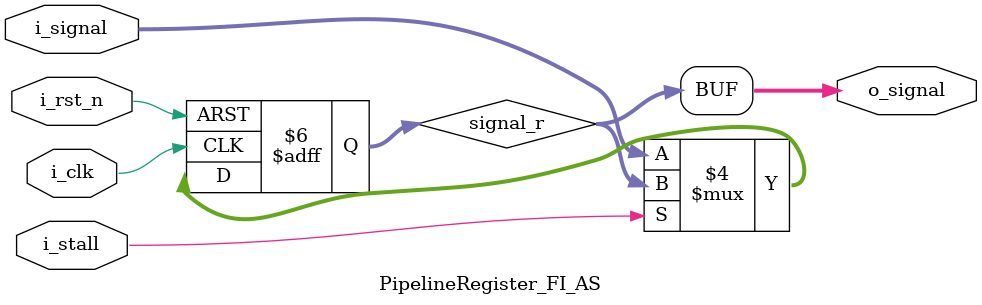
<source format=sv>
module PipelineRegister_FI_AS(
    input   i_rst_n,
    input   i_clk,
    input   i_stall,
    input   [15:0] i_signal, 
    output  [15:0] o_signal
);

logic [15:0] signal_r;

assign o_signal = signal_r;


always_ff @(negedge i_clk or negedge i_rst_n) begin
    if (!i_rst_n) begin
        signal_r <= 16'b0;
    end
    else if (!i_stall) begin
        signal_r <= i_signal;
    end
end
endmodule
</source>
